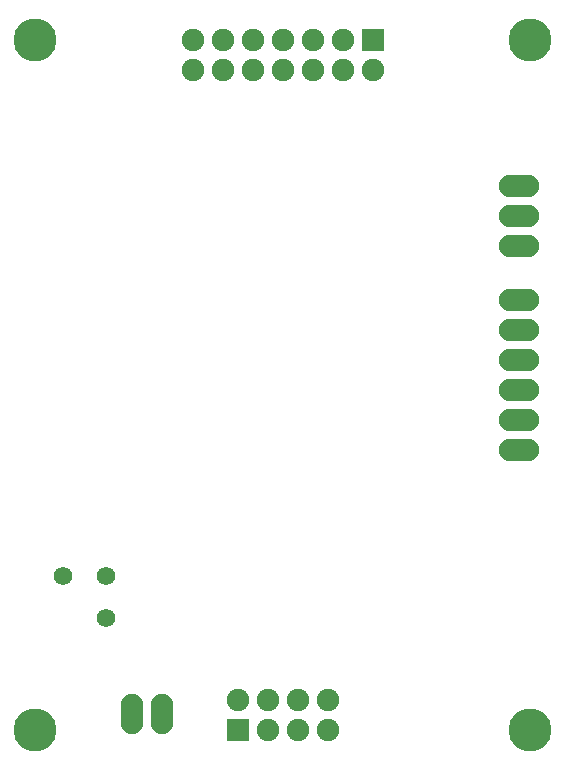
<source format=gbr>
G04 #@! TF.FileFunction,Soldermask,Bot*
%FSLAX46Y46*%
G04 Gerber Fmt 4.6, Leading zero omitted, Abs format (unit mm)*
G04 Created by KiCad (PCBNEW 4.0.4-stable) date 01/20/17 21:30:08*
%MOMM*%
%LPD*%
G01*
G04 APERTURE LIST*
%ADD10C,0.100000*%
%ADD11O,3.414980X1.906220*%
%ADD12R,1.898600X1.898600*%
%ADD13C,1.898600*%
%ADD14C,3.651200*%
%ADD15C,1.558000*%
%ADD16R,1.910000X1.910000*%
%ADD17C,1.910000*%
%ADD18O,1.910000X3.410000*%
G04 APERTURE END LIST*
D10*
D11*
X147015200Y-84759800D03*
X147015200Y-87299800D03*
X147015200Y-89839800D03*
X147015200Y-94361000D03*
X147015200Y-96901000D03*
X147015200Y-99441000D03*
X147015200Y-101981000D03*
X147015200Y-104521000D03*
X147015200Y-107061000D03*
D12*
X134620000Y-72390000D03*
D13*
X134620000Y-74930000D03*
X132080000Y-72390000D03*
X132080000Y-74930000D03*
X129540000Y-72390000D03*
X129540000Y-74930000D03*
X127000000Y-72390000D03*
X127000000Y-74930000D03*
X124460000Y-72390000D03*
X124460000Y-74930000D03*
X121920000Y-72390000D03*
X121920000Y-74930000D03*
X119380000Y-72390000D03*
X119380000Y-74930000D03*
D14*
X147955000Y-130810000D03*
X147955000Y-72390000D03*
X106045000Y-72390000D03*
X106045000Y-130810000D03*
D15*
X108422000Y-117729000D03*
X112014000Y-121321000D03*
X112014000Y-117729000D03*
D16*
X123190000Y-130810000D03*
D17*
X123190000Y-128270000D03*
X125730000Y-130810000D03*
X125730000Y-128270000D03*
X128270000Y-130810000D03*
X128270000Y-128270000D03*
X130810000Y-130810000D03*
X130810000Y-128270000D03*
D18*
X114223800Y-129413000D03*
X116763800Y-129413000D03*
M02*

</source>
